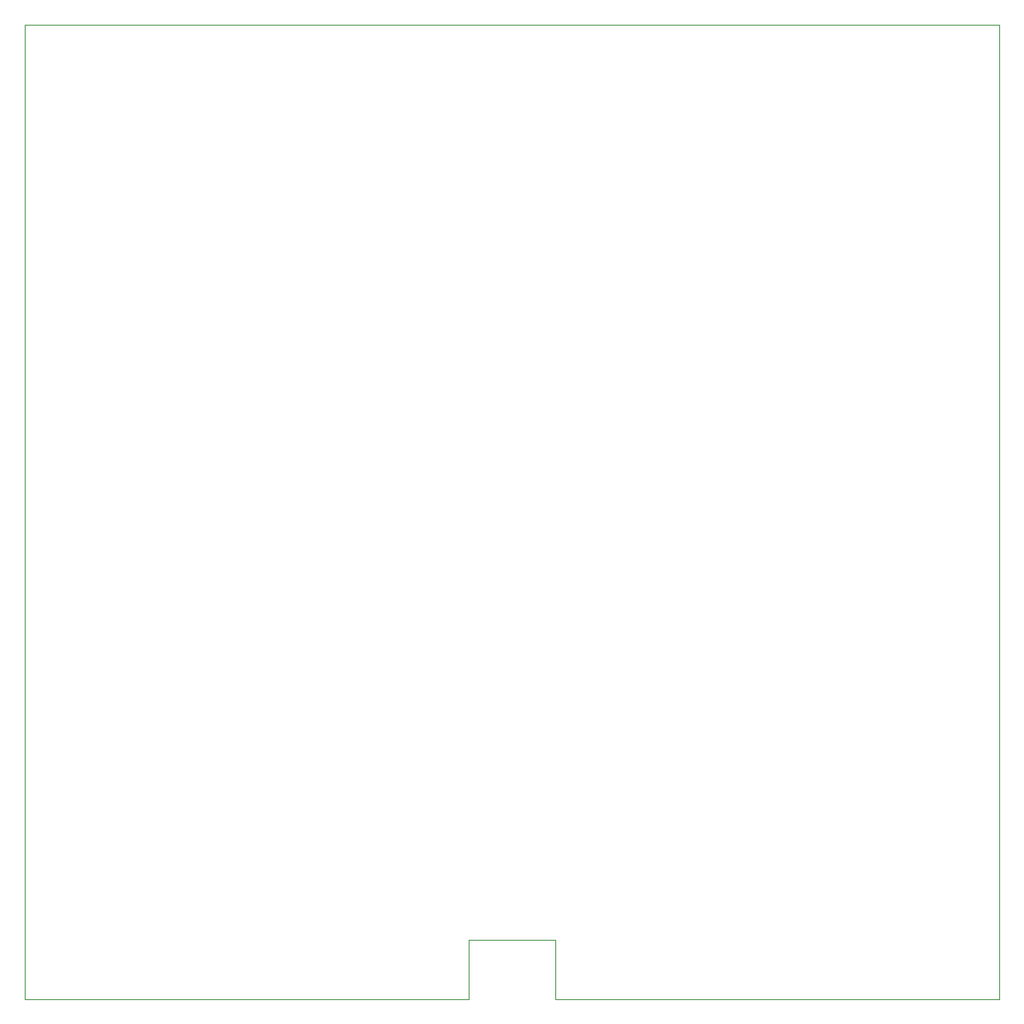
<source format=gbr>
G04 #@! TF.GenerationSoftware,KiCad,Pcbnew,(5.1.5)-2*
G04 #@! TF.CreationDate,2019-12-12T13:13:43-05:00*
G04 #@! TF.ProjectId,main,6d61696e-2e6b-4696-9361-645f70636258,rev?*
G04 #@! TF.SameCoordinates,Original*
G04 #@! TF.FileFunction,Profile,NP*
%FSLAX46Y46*%
G04 Gerber Fmt 4.6, Leading zero omitted, Abs format (unit mm)*
G04 Created by KiCad (PCBNEW (5.1.5)-2) date 2019-12-12 13:13:43*
%MOMM*%
%LPD*%
G04 APERTURE LIST*
%ADD10C,0.050000*%
G04 APERTURE END LIST*
D10*
X54486500Y-100000000D02*
X100000000Y-100000000D01*
X0Y-100000000D02*
X45533000Y-100000000D01*
X54486500Y-93851500D02*
X54486500Y-100000000D01*
X45533000Y-93851500D02*
X54486500Y-93851500D01*
X45533000Y-100000000D02*
X45533000Y-93851500D01*
X0Y-100000000D02*
X0Y0D01*
X100000000Y0D02*
X100000000Y-100000000D01*
X0Y0D02*
X100000000Y0D01*
M02*

</source>
